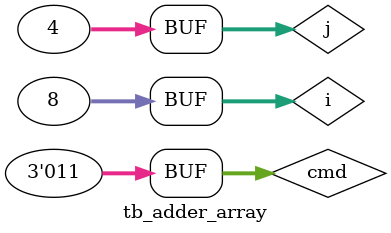
<source format=v>
`timescale 1ns / 1ps

module tb_adder_array();
    reg [2:0] cmd;
    reg [31:0] ain0, ain1, ain2, ain3;
    reg [31:0] bin0, bin1, bin2, bin3;
    wire [31:0] dout0, dout1, dout2, dout3;
    wire [3:0] overflow;
    
    integer i, j;
    
    initial begin
        for(j=0; j<4; j=j+1) begin
            cmd <= j;
            for(i=0; i<8; i=i+1) begin
                ain0 = $urandom%(2**31) + ($urandom%2 << 31);
                ain1 = $urandom%(2**31) + ($urandom%2 << 31);
                ain2 = $urandom%(2**31) + ($urandom%2 << 31);
                ain3 = $urandom%(2**31) + ($urandom%2 << 31);
                
                bin0 = $urandom%(2**31) + ($urandom%2 << 31);
                bin1 = $urandom%(2**31) + ($urandom%2 << 31);
                bin2 = $urandom%(2**31) + ($urandom%2 << 31);
                bin3 = $urandom%(2**31) + ($urandom%2 << 31);
                #20;
            end
        end
    end
    
    adder_array ADDER_ARRAY (
        .cmd(cmd), 
        .ain0(ain0), 
        .ain1(ain1), 
        .ain2(ain2), 
        .ain3(ain3), 
        .bin0(bin0), 
        .bin1(bin1), 
        .bin2(bin2),
        .bin3(bin3), 
        .dout0(dout0), 
        .dout1(dout1), 
        .dout2(dout2), 
        .dout3(dout3), 
        .overflow(overflow)
    );

endmodule
</source>
